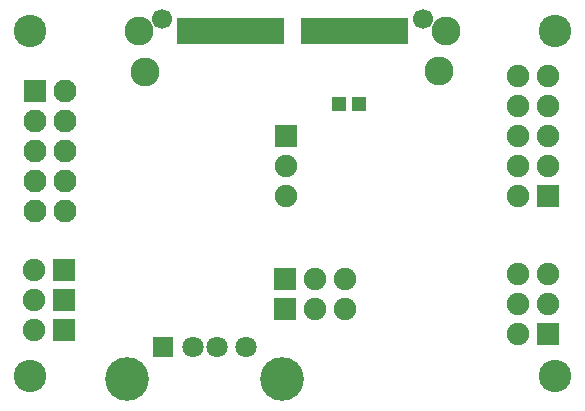
<source format=gbs>
G04 DipTrace 2.4.0.2*
%INBottomMask.gbr*%
%MOIN*%
%ADD50C,0.1083*%
%ADD51C,0.0669*%
%ADD76C,0.1458*%
%ADD78C,0.071*%
%ADD80R,0.071X0.071*%
%ADD82C,0.0966*%
%ADD84R,0.0206X0.0907*%
%ADD86C,0.0749*%
%ADD88R,0.0749X0.0749*%
%ADD90C,0.0769*%
%ADD92R,0.0769X0.0769*%
%ADD96R,0.0513X0.0474*%
%FSLAX44Y44*%
G04*
G70*
G90*
G75*
G01*
%LNBotMask*%
%LPD*%
D92*
X5090Y14565D3*
D90*
Y13565D3*
Y12565D3*
Y11565D3*
Y10565D3*
X6090D3*
Y11565D3*
Y12565D3*
Y13565D3*
Y14565D3*
D50*
X22440Y5065D3*
Y16565D3*
X4940Y5065D3*
Y16565D3*
D88*
X13468Y13066D3*
D86*
Y12066D3*
Y11066D3*
D88*
X22190Y11065D3*
D86*
X21190D3*
X22190Y12065D3*
X21190D3*
X22190Y13065D3*
X21190D3*
X22190Y14065D3*
X21190D3*
X22190Y15065D3*
X21190D3*
D88*
X6053Y6589D3*
D86*
X5053D3*
D84*
X9940Y16565D3*
X10137D3*
X10334D3*
X10530D3*
X10727D3*
X10924D3*
X11121D3*
X11318D3*
X11515D3*
X11711D3*
X11908D3*
X12105D3*
X12302D3*
X12499D3*
X12696D3*
X12893D3*
X13089D3*
X13286D3*
X14074D3*
X14271D3*
X14467D3*
X14664D3*
X14861D3*
X15058D3*
X15255D3*
X15452D3*
X15649D3*
X15845D3*
X16042D3*
X16239D3*
X16436D3*
X16633D3*
X16830D3*
X17026D3*
X17223D3*
X17420D3*
D82*
X8765Y15209D3*
X18790Y16565D3*
X18583Y15218D3*
X8555Y16565D3*
D51*
X9339Y16959D3*
X18021D3*
D80*
X9380Y6023D3*
D78*
X10365D3*
X11152D3*
X12136D3*
D76*
X8172Y4956D3*
X13345D3*
D88*
X13440Y7307D3*
D86*
X14440D3*
X15440D3*
D88*
X13440Y8315D3*
D86*
X14440D3*
X15440D3*
D88*
X6053Y7589D3*
D86*
X5053D3*
D88*
X6053Y8589D3*
D86*
X5053D3*
D88*
X22187Y6461D3*
D86*
X21187D3*
X22187Y7461D3*
X21187D3*
X22187Y8461D3*
X21187D3*
D96*
X15895Y14126D3*
X15225D3*
M02*

</source>
